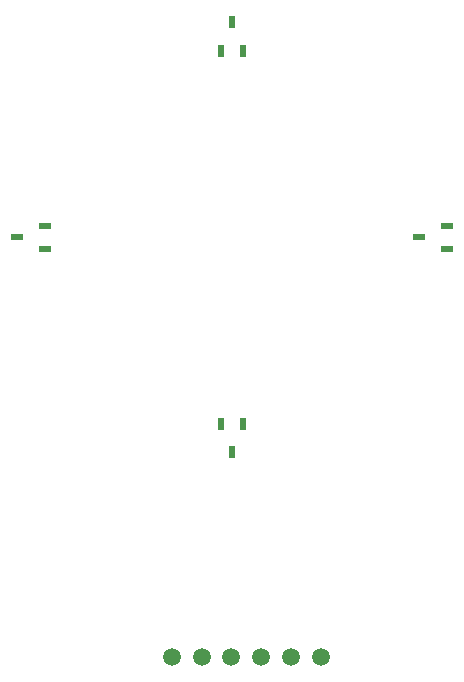
<source format=gbr>
%TF.GenerationSoftware,Altium Limited,Altium Designer,21.6.4 (81)*%
G04 Layer_Color=255*
%FSLAX43Y43*%
%MOMM*%
%TF.SameCoordinates,7E1728C7-8053-4159-852C-9F5DCDCDAABE*%
%TF.FilePolarity,Positive*%
%TF.FileFunction,Pads,Bot*%
%TF.Part,Single*%
G01*
G75*
%TA.AperFunction,ComponentPad*%
%ADD16C,1.500*%
%TA.AperFunction,SMDPad,CuDef*%
%ADD19R,0.600X1.000*%
%ADD20R,1.000X0.600*%
D16*
X-5110Y-35520D02*
D03*
X-2570D02*
D03*
X7540D02*
D03*
X5000D02*
D03*
X2460D02*
D03*
X-80D02*
D03*
D19*
X-950Y-15800D02*
D03*
X950D02*
D03*
X0Y-18200D02*
D03*
X950Y15800D02*
D03*
X-950D02*
D03*
X0Y18200D02*
D03*
D20*
X-15800Y950D02*
D03*
Y-950D02*
D03*
X-18200Y0D02*
D03*
X18200Y950D02*
D03*
Y-950D02*
D03*
X15800Y0D02*
D03*
%TF.MD5,29e68989bc8c575b72034eb246ae762a*%
M02*

</source>
